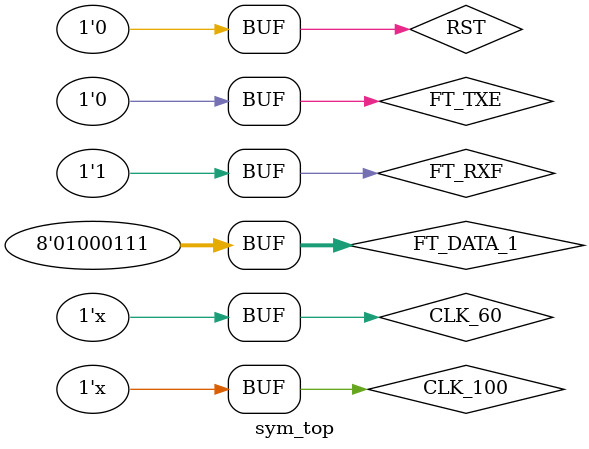
<source format=v>
`timescale 1ns / 1ps

module sym_top();
    
reg         CLK_100;
reg         RST;
wire        LED;
reg         CLK_60;
reg         FT_RXF, FT_TXE;
wire        FT_RD,FT_WR,FT_OE,FT_SIWU;
reg  [7:0]  FT_DATA_1;
wire [7:0]  FT_DATA;
wire [15:0] DATA_IN;
wire        TRIM_SDA,TRIM_SCL;
reg         TRIM_SDA_1;
wire [3:0]  count;
//assign TRIM_SDA = (1'b0) ? TRIM_SDA_1 : 1'bx;
assign FT_DATA = (!FT_RD) ? FT_DATA_1 : 8'bx;    
    
top_mod top_mod_1(
        .CLK100MHZ          (CLK_100),
        .LED                (LED),
        
        .TRIM_SDA           (TRIM_SDA),
        .TRIM_SCL           (TRIM_SCL),
        
        .FT_CLK60MHZ        (CLK_60),       
        .FT_RXF             (FT_RXF),
        .FT_TXE             (FT_TXE),
        .FT_RD              (FT_RD),
        .FT_WR              (FT_WR),
        .FT_OE              (FT_OE),
        .FT_SIWU            (FT_SIWU),
        .FT_DATA            (FT_DATA),
        
        .DATA_IN            ({count,count,count,count})
        );    
    
always begin
         #1 CLK_100 = !CLK_100;
       end  
always begin
         #3 CLK_60 = !CLK_60;
       end    

wire timer_rst,timer_finish;
assign timer_rst = timer_finish;

timer1 #(4) sym_timer(
        .CLK           (CLK_100),
        .RST           (RST),
        .period        (4'hF),
        .timer_reset   (timer_rst),
        .count_en      (1'b1),
        .count_finish  (timer_finish),
        .count(count)
        );


initial begin
    // Initialize Inputs
    FT_RXF = 1;
    FT_TXE = 1;
    RST = 1;
    CLK_60 = 0;
    CLK_100 = 0;
    
    #9
    RST = 0;
    #300
//SEND RST
    FT_DATA_1 = 8'd35;
    FT_RXF  = 0;
    #6
    FT_DATA_1 = 8'd62;
    #6
    FT_DATA_1 = 8'd72;
    #6
    FT_DATA_1 = 8'd72;
    #120
        
    //SEND AA Rate
    FT_DATA_1 = 8'd35;
    #6
    FT_DATA_1 = 8'd36;
    #6
    FT_DATA_1 = 8'd65;
    #6
    FT_DATA_1 = 8'd65;
    #6
    FT_DATA_1 = 8'd48;
    #6
    FT_DATA_1 = 8'd48;
    #6
    FT_DATA_1 = 8'd48;
    #6
    FT_DATA_1 = 8'd48;
    #6
    FT_DATA_1 = 8'd48;
    #6
    FT_DATA_1 = 8'd48;
    #6
    FT_DATA_1 = 8'd48;
    #24
//SEND BB
    FT_DATA_1 = 8'd35;
    #6
    FT_DATA_1 = 8'd36;
    #6
    FT_DATA_1 = 8'd66;
    #6
    FT_DATA_1 = 8'd66;
    #6
    FT_DATA_1 = 8'd48;
    #6
    FT_DATA_1 = 8'd48;
    #6
    FT_DATA_1 = 8'd48;
    #6
    FT_DATA_1 = 8'd48;
    #6
    FT_DATA_1 = 8'd70;
    #6
    FT_DATA_1 = 8'd70;
    #6
    FT_DATA_1 = 8'd48;
    #24
//SEND CC
    FT_DATA_1 = 8'd35;
    #6
    FT_DATA_1 = 8'd36;
    #6
    FT_DATA_1 = 8'd67;
    #6
    FT_DATA_1 = 8'd67;
    #6
    FT_DATA_1 = 8'd48;
    #6
    FT_DATA_1 = 8'd49;
    #6
    FT_DATA_1 = 8'd50;
    #6
    FT_DATA_1 = 8'd51;
    #6
    FT_DATA_1 = 8'd52;
    #6
    FT_DATA_1 = 8'd53;
    #6
    FT_DATA_1 = 8'd54;
    #24
//SEND DD
    FT_DATA_1 = 8'd35;
    #6
    FT_DATA_1 = 8'd36;
    #6
    FT_DATA_1 = 8'd68;
    #6
    FT_DATA_1 = 8'd68;
    #6
    FT_DATA_1 = 8'd48;
    #6
    FT_DATA_1 = 8'd48;
    #6
    FT_DATA_1 = 8'd48;//49
    #6
    FT_DATA_1 = 8'd48;//50
    #6
    FT_DATA_1 = 8'd70;//48
    #6
    FT_DATA_1 = 8'd70;//56
    #6
    FT_DATA_1 = 8'd48;
    #24
//SEND FF
    FT_DATA_1 = 8'd35;
    #6
    FT_DATA_1 = 8'd36;
    #6
    FT_DATA_1 = 8'd70;
    #6
    FT_DATA_1 = 8'd70;
    #6
    FT_DATA_1 = 8'd48;
    #6
    FT_DATA_1 = 8'd48;
    #6
    FT_DATA_1 = 8'd48;
    #6
    FT_DATA_1 = 8'd48;
    #6
    FT_DATA_1 = 8'd55;
    #6
    FT_DATA_1 = 8'd55;
    #6
    FT_DATA_1 = 8'd55;
    #24
    
//SEND EE
     FT_DATA_1 = 8'd35;
     #6
     FT_DATA_1 = 8'd36;
     #6
     FT_DATA_1 = 8'd69;
     #6
     FT_DATA_1 = 8'd69;
     #6
     FT_DATA_1 = 8'd48;
     #6
     FT_DATA_1 = 8'd48;
     #6
     FT_DATA_1 = 8'd48;
     #6
     FT_DATA_1 = 8'd48;
     #6
     FT_DATA_1 = 8'd70;
     #6
     FT_DATA_1 = 8'd48;
     #6
     FT_DATA_1 = 8'd48;
     #24
    
//SEND start
    FT_DATA_1 = 8'd35;
    #6
    FT_DATA_1 = 8'd62;
    #6
    FT_DATA_1 = 8'd71;
    #6
    FT_DATA_1 = 8'd71;
    #6
FT_RXF  = 1;
FT_TXE = 0;
    
end   
endmodule

</source>
